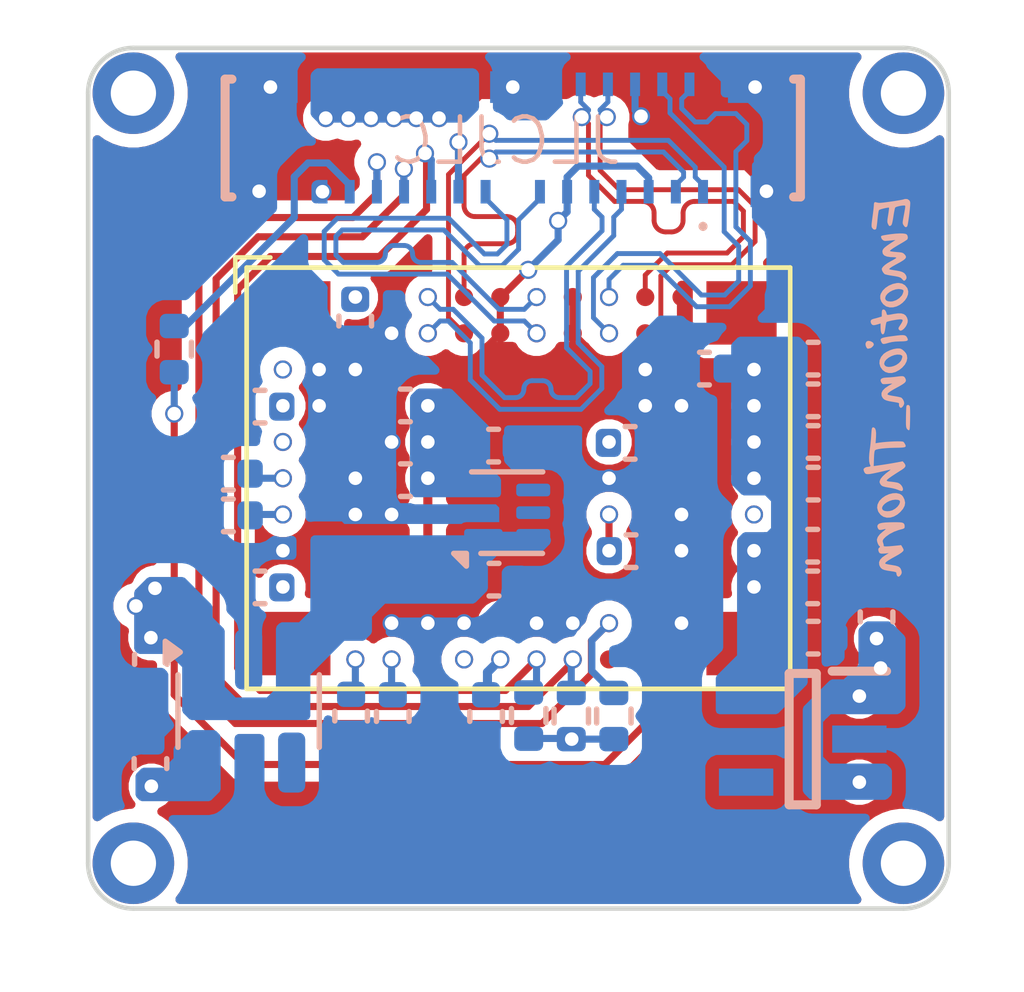
<source format=kicad_pcb>
(kicad_pcb (version 20241229) (generator "pcbnew") (generator_version "9.0")
  (layers (0 "F.Cu" signal "TOP1.Cu") (4 "In1.Cu" power "GND2.Cu") (6 "In2.Cu" power "POWER3.Cu") (2 "B.Cu" signal "BOTTOM.Cu") (13 "F.Paste" user) (15 "B.Paste" user) (5 "F.SilkS" user "F.Silkscreen") (7 "B.SilkS" user "B.Silkscreen") (1 "F.Mask" user) (3 "B.Mask" user) (25 "Edge.Cuts" user))
  (net 0 "")
  (net 1 "AVDD")
  (net 2 "GND")
  (net 3 "OVDD")
  (net 4 "DVDD")
  (net 5 "Net-(U1A-VRLRS)")
  (net 6 "Net-(U1A-VRHT)")
  (net 7 "Net-(U1A-VRLT)")
  (net 8 "VCC")
  (net 10 "/SDA")
  (net 11 "/SCL")
  (net 15 "/TENABLE")
  (net 16 "/INCK")
  (net 19 "/DMO2N")
  (net 20 "/DMO3P")
  (net 21 "/DCKP")
  (net 23 "/DCKN")
  (net 27 "/XHS")
  (net 28 "/DMO3N")
  (net 34 "/DMO1N")
  (net 35 "/DMO4N")
  (net 36 "/DMO4P")
  (net 38 "/DMO1P")
  (net 39 "/VXS")
  (net 40 "/TVMON")
  (net 42 "/XCLR")
  (net 43 "/TOUT")
  (net 44 "/DMO2P")
  (net 48 "Net-(J2-Pad24)")
  (footprint "Camrea_Library:IMX415" (layer "F.Cu") (at 163.2537 110.450271 180)
    (property "Reference" "U1" (hide yes))
    (property "Value" "IMX415")
  )
  (footprint "Camrea_Library:Outline_19X19" (layer "F.Cu") (at 163.2537 110.450271)
    (property "Reference" "J1" (hide yes))
    (property "Value" "~")
    (fp_line (start -9.5 8.500002) (end -9.5 -8.500001) (stroke (width 0.1)) (layer "Edge.Cuts"))
    (fp_line (start -8.500002 -9.5) (end 8.5 -9.5) (stroke (width 0.1)) (layer "Edge.Cuts"))
    (fp_line (start -8.500001 9.5) (end 8.5 9.5) (stroke (width 0.1)) (layer "Edge.Cuts"))
    (fp_line (start 9.5 8.5) (end 9.5 -8.5) (stroke (width 0.1)) (layer "Edge.Cuts"))
    (fp_arc (start -9.5 -8.500001) (mid -9.207107 -9.207107) (end -8.500002 -9.5) (stroke (width 0.1)) (layer "Edge.Cuts"))
    (fp_arc (start -8.500001 9.5) (mid -9.207107 9.207107) (end -9.5 8.500002) (stroke (width 0.1)) (layer "Edge.Cuts"))
    (fp_arc (start 8.5 -9.5) (mid 9.207107 -9.207107) (end 9.5 -8.5) (stroke (width 0.1)) (layer "Edge.Cuts"))
    (fp_arc (start 9.5 8.5) (mid 9.207107 9.207107) (end 8.5 9.5) (stroke (width 0.1)) (layer "Edge.Cuts"))
  )
  (footprint "Capacitor_SMD:C_0402_1005Metric" (layer "B.Cu") (at 171.16 113.51 90)
    (property "Reference" "C21" (hide yes))
    (property "Value" "1uF")
  )
  (footprint "Capacitor_SMD:C_0402_1005Metric" (layer "B.Cu") (at 169.76 113.97)
    (property "Reference" "C25" (hide yes))
    (property "Value" "1uF")
  )
  (footprint "Resistor_SMD:R_0402_1005Metric" (layer "B.Cu") (at 155.655 107.6 -90)
    (property "Reference" "R4" (hide yes))
    (property "Value" "22R")
  )
  (footprint "Resistor_SMD:R_0402_1005Metric" (layer "B.Cu") (at 163.48 115.69 -90)
    (property "Reference" "R3" (hide yes))
    (property "Value" "NC")
  )
  (footprint "Capacitor_SMD:C_0402_1005Metric" (layer "B.Cu") (at 162.704999 109.73 180)
    (property "Reference" "C24" (hide yes))
    (property "Value" "1uF")
  )
  (footprint "Camrea_Library:DF56C26S03V51" (layer "B.Cu") (at 163.1287 102.94 180)
    (property "Reference" "J2" (hide yes))
    (property "Value" "DF56C-26S-0.3V_51_" (hide yes))
  )
  (footprint "Capacitor_SMD:C_0402_1005Metric" (layer "B.Cu") (at 165.74 112.06)
    (property "Reference" "C2" (hide yes))
    (property "Value" "100nF")
  )
  (footprint "Capacitor_SMD:C_0402_1005Metric" (layer "B.Cu") (at 157.55 108.87)
    (property "Reference" "C12" (hide yes))
    (property "Value" "10nF")
  )
  (footprint "LOGO" (layer "B.Cu") (at 172.65 108.18 -90)
    (property "Reference" "G***" (hide yes))
    (property "Value" "LOGO" (hide yes))
  )
  (footprint "Capacitor_SMD:C_0402_1005Metric" (layer "B.Cu") (at 169.76 108.73 180)
    (property "Reference" "C17" (hide yes))
    (property "Value" "1uF")
  )
  (footprint "Capacitor_SMD:C_0402_1005Metric" (layer "B.Cu") (at 169.75 112.86)
    (property "Reference" "C13" (hide yes))
    (property "Value" "100nF")
  )
  (footprint "Capacitor_SMD:C_0402_1005Metric" (layer "B.Cu") (at 159.56 115.7 90)
    (property "Reference" "C10" (hide yes))
    (property "Value" "10uF")
  )
  (footprint "Capacitor_SMD:C_0402_1005Metric" (layer "B.Cu") (at 162.54 115.71 90)
    (property "Reference" "C3" (hide yes))
    (property "Value" "1uF")
  )
  (footprint "Camrea_Library:SOT95P280X145-5N" (layer "B.Cu") (at 169.53 116.21 180)
    (property "Reference" "PS1" (hide yes))
    (property "Value" "TLV74311PDBVR" (hide yes))
  )
  (footprint "Capacitor_SMD:C_0402_1005Metric" (layer "B.Cu") (at 169.76 110.57 180)
    (property "Reference" "C7" (hide yes))
    (property "Value" "100nF")
  )
  (footprint "Capacitor_SMD:C_0402_1005Metric" (layer "B.Cu") (at 167.36 108.03)
    (property "Reference" "C15" (hide yes))
    (property "Value" "10nF")
  )
  (footprint "Resistor_SMD:R_0402_1005Metric" (layer "B.Cu") (at 164.42 115.7 -90)
    (property "Reference" "R1" (hide yes))
    (property "Value" "1K")
  )
  (footprint "Capacitor_SMD:C_0402_1005Metric" (layer "B.Cu") (at 159.65 106.98 90)
    (property "Reference" "C6" (hide yes))
    (property "Value" "1uF")
  )
  (footprint "Capacitor_SMD:C_0402_1005Metric" (layer "B.Cu") (at 169.76 109.65 180)
    (property "Reference" "C16" (hide yes))
    (property "Value" "1uF")
  )
  (footprint "Resistor_SMD:R_0402_1005Metric" (layer "B.Cu") (at 165.36 115.7 90)
    (property "Reference" "R2" (hide yes))
    (property "Value" "1K")
  )
  (footprint "Capacitor_SMD:C_0402_1005Metric" (layer "B.Cu") (at 162.714999 112.69)
    (property "Reference" "C22" (hide yes))
    (property "Value" "1uF")
  )
  (footprint "Capacitor_SMD:C_0402_1005Metric" (layer "B.Cu") (at 160.7587 110.492772)
    (property "Reference" "C1" (hide yes))
    (property "Value" "4.7uF")
  )
  (footprint "Capacitor_SMD:C_0402_1005Metric" (layer "B.Cu") (at 160.48 115.71 90)
    (property "Reference" "C19" (hide yes))
    (property "Value" "4.7uF")
  )
  (footprint "Package_SON:WSON-6_1.5x1.5mm_P0.5mm" (layer "B.Cu") (at 163.004999 111.21)
    (property "Reference" "U3" (hide yes))
    (property "Value" "TLV70229_WSON6")
  )
  (footprint "Capacitor_SMD:C_0402_1005Metric" (layer "B.Cu") (at 157.55 112.86)
    (property "Reference" "C18" (hide yes))
    (property "Value" "1uF")
  )
  (footprint "Package_TO_SOT_SMD:SOT-23-5" (layer "B.Cu") (at 157.2975 115.59 -90)
    (property "Reference" "U2" (hide yes))
    (property "Value" "LP5907MFX-1.8")
  )
  (footprint "Capacitor_SMD:C_0402_1005Metric" (layer "B.Cu") (at 169.76 107.81 180)
    (property "Reference" "C8" (hide yes))
    (property "Value" "100nF")
  )
  (footprint "Capacitor_SMD:C_0402_1005Metric" (layer "B.Cu") (at 156.85 111.27 180)
    (property "Reference" "C4" (hide yes))
    (property "Value" "4.7uF")
  )
  (footprint "Capacitor_SMD:C_0402_1005Metric" (layer "B.Cu") (at 169.75 111.94)
    (property "Reference" "C5" (hide yes))
    (property "Value" "4.7uF")
  )
  (footprint "Capacitor_SMD:C_0402_1005Metric" (layer "B.Cu") (at 165.72 109.67)
    (property "Reference" "C11" (hide yes))
    (property "Value" "1uF")
  )
  (footprint "Capacitor_SMD:C_0402_1005Metric" (layer "B.Cu") (at 156.85 110.35 180)
    (property "Reference" "C14" (hide yes))
    (property "Value" "100nF")
  )
  (footprint "Capacitor_SMD:C_0402_1005Metric" (layer "B.Cu") (at 160.7587 108.842772)
    (property "Reference" "C9" (hide yes))
    (property "Value" "100nF")
  )
  (footprint "Capacitor_SMD:C_0402_1005Metric" (layer "B.Cu") (at 155.13 116.749999 90)
    (property "Reference" "C23" (hide yes))
    (property "Value" "1uF")
  )
  (footprint "Capacitor_SMD:C_0402_1005Metric" (layer "B.Cu") (at 155.140001 114.449999 -90)
    (property "Reference" "C20" (hide yes))
    (property "Value" "1uF")
  )
  (gr_text "JLCJLC" (at 165.6 103.59 0) (layer "B.SilkS") (effects (font (size 1 1) (thickness 0.1)) (justify left bottom mirror)))
  (segment (start 161.2537 112.050271) (end 161.253701 108.850272) (width 0.2) (layer "F.Cu") (net 1))
  (segment (start 165.2537 111.250271) (end 165.2537 112.050271) (width 0.1565) (layer "F.Cu") (net 1))
  (via (at 161.2537 109.650271) (size 0.4) (drill 0.3) (layers "F.Cu" "B.Cu") (net 1))
  (via (at 161.253701 108.850272) (size 0.4) (drill 0.3) (layers "F.Cu" "B.Cu") (net 1))
  (via (at 165.2537 112.050271) (size 0.4) (drill 0.3) (layers "F.Cu" "B.Cu") (net 1))
  (via (at 165.2537 111.250271) (size 0.4) (drill 0.3) (layers "F.Cu" "B.Cu") (net 1))
  (via (at 165.2537 109.650271) (size 0.4) (drill 0.3) (layers "F.Cu" "B.Cu") (net 1))
  (via (at 161.2537 110.450271) (size 0.4) (drill 0.3) (layers "F.Cu" "B.Cu") (net 1))
  (segment (start 160.453701 109.650272) (end 160.453701 111.250269) (width 0.1565) (layer "F.Cu") (net 2))
  (segment (start 166.0537 112.050271) (end 166.0537 112.850271) (width 0.1565) (layer "F.Cu") (net 2))
  (segment (start 167.6537 108.850271) (end 165.2537 108.850271) (width 0.1565) (layer "F.Cu") (net 2))
  (segment (start 160.4537 108.850271) (end 160.4537 108.050271) (width 0.1565) (layer "F.Cu") (net 2))
  (segment (start 159.6537 108.050271) (end 158.8537 108.050271) (width 0.1565) (layer "F.Cu") (net 2))
  (segment (start 160.4537 108.850271) (end 160.4537 109.650272) (width 0.1565) (layer "F.Cu") (net 2))
  (segment (start 162.869729 106.450271) (end 163.47 105.85) (width 0.1565) (layer "F.Cu") (net 2))
  (segment (start 158.8537 108.850271) (end 158.8537 109.650271) (width 0.1565) (layer "F.Cu") (net 2))
  (segment (start 159.6537 109.650271) (end 159.6537 110.45027) (width 0.1565) (layer "F.Cu") (net 2))
  (segment (start 158.8537 109.650271) (end 158.8537 111.250271) (width 0.1565) (layer "F.Cu") (net 2))
  (segment (start 166.8537 113.650271) (end 166.8537 112.050271) (width 0.1565) (layer "F.Cu") (net 2))
  (segment (start 167.6537 112.850271) (end 165.2537 112.850271) (width 0.1565) (layer "F.Cu") (net 2))
  (segment (start 158.8537 109.650271) (end 160.453701 109.650272) (width 0.1565) (layer "F.Cu") (net 2))
  (segment (start 166.8537 106.45027) (end 166.8537 108.050271) (width 0.1565) (layer "F.Cu") (net 2))
  (segment (start 158.8537 111.250271) (end 159.6537 111.250271) (width 0.1565) (layer "F.Cu") (net 2))
  (segment (start 159.6537 111.250271) (end 159.653701 111.25027) (width 0.1565) (layer "F.Cu") (net 2))
  (segment (start 160.4537 113.650271) (end 159.6537 113.650271) (width 0.1565) (layer "F.Cu") (net 2))
  (segment (start 160.453701 112.85027) (end 160.4537 112.850271) (width 0.1565) (layer "F.Cu") (net 2))
  (segment (start 158.8537 108.050271) (end 158.8537 108.850271) (width 0.1565) (layer "F.Cu") (net 2))
  (segment (start 160.4537 108.050271) (end 159.6537 108.050271) (width 0.1565) (layer "F.Cu") (net 2))
  (segment (start 165.253701 110.450271) (end 166.853699 110.450271) (width 0.1565) (layer "F.Cu") (net 2))
  (segment (start 159.653701 110.450271) (end 159.6537 110.450272) (width 0.1565) (layer "F.Cu") (net 2))
  (segment (start 166.8537 112.050271) (end 166.8537 108.050271) (width 0.1565) (layer "F.Cu") (net 2))
  (segment (start 161.2537 114.450272) (end 161.2537 113.650271) (width 0.1565) (layer "F.Cu") (net 2))
  (segment (start 159.6537 112.050271) (end 160.4537 112.050271) (width 0.1565) (layer "F.Cu") (net 2))
  (segment (start 162.8537 106.450271) (end 162.869729 106.450271) (width 0.1565) (layer "F.Cu") (net 2))
  (segment (start 164.4537 106.450271) (end 164.4537 107.250271) (width 0.1565) (layer "F.Cu") (net 2))
  (segment (start 159.6537 110.45027) (end 159.653701 110.450271) (width 0.1565) (layer "F.Cu") (net 2))
  (segment (start 159.653701 111.25027) (end 160.4537 111.25027) (width 0.1565) (layer "F.Cu") (net 2))
  (segment (start 162.0537 113.650271) (end 160.4537 113.650271) (width 0.1565) (layer "F.Cu") (net 2))
  (segment (start 159.6537 110.450272) (end 159.6537 112.850271) (width 0.1565) (layer "F.Cu") (net 2))
  (segment (start 166.0537 108.050271) (end 165.2537 108.050271) (width 0.1565) (layer "F.Cu") (net 2))
  (segment (start 160.453701 111.250271) (end 160.453701 112.85027) (width 0.1565) (layer "F.Cu") (net 2))
  (segment (start 162.8537 106.450271) (end 162.8537 107.250271) (width 0.1565) (layer "F.Cu") (net 2))
  (segment (start 167.6537 108.050271) (end 167.6537 112.850271) (width 0.1565) (layer "F.Cu") (net 2))
  (segment (start 160.4537 111.25027) (end 160.453701 111.250271) (width 0.1565) (layer "F.Cu") (net 2))
  (segment (start 161.2537 113.650271) (end 161.2537 112.850271) (width 0.1565) (layer "F.Cu") (net 2))
  (segment (start 162.0537 108.050271) (end 161.2537 108.050271) (width 0.1565) (layer "F.Cu") (net 2))
  (segment (start 164.4537 107.250271) (end 165.2537 108.050271) (width 0.1565) (layer "F.Cu") (net 2))
  (segment (start 167.6537 108.050271) (end 166.0537 108.050271) (width 0.1565) (layer "F.Cu") (net 2))
  (segment (start 159.6537 107.250271) (end 160.4537 107.250271) (width 0.1565) (layer "F.Cu") (net 2))
  (segment (start 161.2537 108.050271) (end 160.4537 108.050271) (width 0.1565) (layer "F.Cu") (net 2))
  (segment (start 162.8537 107.250271) (end 162.0537 108.050271) (width 0.1565) (layer "F.Cu") (net 2))
  (segment (start 160.4537 106.450271) (end 160.4537 107.250271) (width 0.1565) (layer "F.Cu") (net 2))
  (segment (start 160.453701 111.250269) (end 160.4537 111.25027) (width 0.1565) (layer "F.Cu") (net 2))
  (segment (start 159.6537 107.250271) (end 159.6537 108.050271) (width 0.1565) (layer "F.Cu") (net 2))
  (segment (start 158.0537 112.050271) (end 159.6537 112.050271) (width 0.1565) (layer "F.Cu") (net 2))
  (segment (start 158.8537 112.850271) (end 159.6537 112.850271) (width 0.1565) (layer "F.Cu") (net 2))
  (segment (start 166.0537 112.050271) (end 166.0537 109.650272) (width 0.1565) (layer "F.Cu") (net 2))
  (segment (start 158.8537 111.250271) (end 158.8537 112.850271) (width 0.1565) (layer "F.Cu") (net 2))
  (segment (start 159.6537 112.850271) (end 160.4537 112.850271) (width 0.1565) (layer "F.Cu") (net 2))
  (via (at 166.8537 111.250271) (size 0.4) (drill 0.3) (layers "F.Cu" "B.Cu") (net 2))
  (via (at 163.6537 113.650271) (size 0.4) (drill 0.3) (layers "F.Cu" "B.Cu") (net 2))
  (via (at 164.13 104.77) (size 0.4) (drill 0.3) (layers "F.Cu" "B.Cu") (net 2))
  (via (at 159.653701 110.450271) (size 0.4) (drill 0.3) (layers "F.Cu" "B.Cu") (net 2))
  (via (at 168.4787 101.815) (size 0.4) (drill 0.3) (layers "F.Cu" "B.Cu") (net 2))
  (via (at 160.453701 109.650272) (size 0.4) (drill 0.3) (layers "F.Cu" "B.Cu") (net 2))
  (via (at 163.47 105.85) (size 0.4) (drill 0.3) (layers "F.Cu" "B.Cu") (net 2))
  (via (at 160.4537 111.25027) (size 0.4) (drill 0.3) (layers "F.Cu" "B.Cu") (net 2))
  (via (at 159.6537 108.050271) (size 0.4) (drill 0.3) (layers "F.Cu" "B.Cu") (net 2))
  (via (at 161.2537 113.650271) (size 0.4) (drill 0.3) (layers "F.Cu" "B.Cu") (net 2))
  (via (at 163.1287 101.815) (size 0.4) (drill 0.3) (layers "F.Cu" "B.Cu") (net 2))
  (via (at 166.8537 108.850271) (size 0.4) (drill 0.3) (layers "F.Cu" "B.Cu") (net 2))
  (via (at 166.8537 113.650271) (size 0.4) (drill 0.3) (layers "F.Cu" "B.Cu") (net 2))
  (via (at 157.7787 101.815) (size 0.4) (drill 0.3) (layers "F.Cu" "B.Cu") (net 2))
  (via (at 160.4537 107.250271) (size 0.4) (drill 0.3) (layers "F.Cu" "B.Cu") (net 2))
  (via (at 161.93 103.03) (size 0.4) (drill 0.3) (layers "F.Cu" "B.Cu") (net 2))
  (via (at 158.8537 108.850271) (size 0.4) (drill 0.3) (layers "F.Cu" "B.Cu") (net 2))
  (via (at 165.96 102.46) (size 0.4) (drill 0.3) (layers "F.Cu" "B.Cu") (net 2))
  (via (at 165.253701 110.450271) (size 0.4) (drill 0.3) (layers "F.Cu" "B.Cu") (net 2))
  (via (at 166.8537 112.050271) (size 0.4) (drill 0.3) (layers "F.Cu" "B.Cu") (net 2))
  (via (at 158.9287 104.125) (size 0.4) (drill 0.3) (layers "F.Cu" "B.Cu") (net 2))
  (via (at 166.0537 108.850271) (size 0.4) (drill 0.3) (layers "F.Cu" "B.Cu") (net 2))
  (via (at 158.0537 112.050271) (size 0.4) (drill 0.3) (layers "F.Cu" "B.Cu") (net 2))
  (via (at 160.4537 113.650271) (size 0.4) (drill 0.3) (layers "F.Cu" "B.Cu") (net 2))
  (via (at 159.6537 111.250271) (size 0.4) (drill 0.3) (layers "F.Cu" "B.Cu") (net 2))
  (via (at 162.0537 113.650271) (size 0.4) (drill 0.3) (layers "F.Cu" "B.Cu") (net 2))
  (via (at 168.7287 104.114999) (size 0.4) (drill 0.3) (layers "F.Cu" "B.Cu") (net 2))
  (via (at 166.0537 108.050271) (size 0.4) (drill 0.3) (layers "F.Cu" "B.Cu") (net 2))
  (via (at 157.5287 104.114999) (size 0.4) (drill 0.3) (layers "F.Cu" "B.Cu") (net 2))
  (via (at 158.8537 108.050271) (size 0.4) (drill 0.3) (layers "F.Cu" "B.Cu") (net 2))
  (via (at 164.4537 113.650271) (size 0.4) (drill 0.3) (layers "F.Cu" "B.Cu") (net 2))
  (segment (start 165.87 103.56) (end 164.57 103.56) (width 0.1565) (layer "B.Cu") (net 2))
  (segment (start 165.8287 102.3287) (end 165.96 102.46) (width 0.1565) (layer "B.Cu") (net 2))
  (segment (start 164.13 104.77) (end 164.13 105.19) (width 0.1565) (layer "B.Cu") (net 2))
  (segment (start 164.57 103.56) (end 164.328701 103.801299) (width 0.1565) (layer "B.Cu") (net 2))
  (segment (start 164.328701 104.571299) (end 164.13 104.77) (width 0.1565) (layer "B.Cu") (net 2))
  (segment (start 165.8287 101.755) (end 165.8287 102.3287) (width 0.1565) (layer "B.Cu") (net 2))
  (segment (start 166.1287 104.125) (end 166.1287 103.8187) (width 0.1565) (layer "B.Cu") (net 2))
  (segment (start 164.328701 103.801299) (end 164.328701 104.125) (width 0.1565) (layer "B.Cu") (net 2))
  (segment (start 166.1287 103.8187) (end 165.87 103.56) (width 0.1565) (layer "B.Cu") (net 2))
  (segment (start 164.328701 104.125) (end 164.328701 104.571299) (width 0.1565) (layer "B.Cu") (net 2))
  (segment (start 164.13 105.19) (end 163.47 105.85) (width 0.1565) (layer "B.Cu") (net 2))
  (segment (start 161.928699 103.031301) (end 161.93 103.03) (width 0.1565) (layer "B.Cu") (net 2))
  (segment (start 161.928699 104.125) (end 161.928699 103.031301) (width 0.1565) (layer "B.Cu") (net 2))
  (via (at 162.8537 114.450271) (size 0.4) (drill 0.3) (layers "F.Cu" "B.Cu") (net 3))
  (via (at 158.0537 108.850271) (size 0.4) (drill 0.3) (layers "F.Cu" "B.Cu") (net 3))
  (via (at 158.053701 109.650271) (size 0.4) (drill 0.3) (layers "F.Cu" "B.Cu") (net 3))
  (via (at 168.4537 111.250271) (size 0.4) (drill 0.3) (layers "F.Cu" "B.Cu") (net 3))
  (via (at 155.15 117.25) (size 0.4) (drill 0.3) (layers "F.Cu" "B.Cu") (net 3))
  (via (at 164.43 116.209999) (size 0.4) (drill 0.3) (layers "F.Cu" "B.Cu") (net 3))
  (segment (start 165.36 116.209999) (end 164.43 116.209999) (width 0.1565) (layer "B.Cu") (net 3))
  (segment (start 164.43 116.209999) (end 164.42 116.209999) (width 0.1565) (layer "B.Cu") (net 3))
  (segment (start 162.57 114.733971) (end 162.57 115.23) (width 0.2) (layer "B.Cu") (net 3))
  (segment (start 164.405 116.194999) (end 164.42 116.209999) (width 0.1565) (layer "B.Cu") (net 3))
  (segment (start 162.8537 114.450271) (end 162.57 114.733971) (width 0.2) (layer "B.Cu") (net 3))
  (segment (start 163.5 116.194999) (end 164.405 116.194999) (width 0.1565) (layer "B.Cu") (net 3))
  (via (at 168.4537 109.650271) (size 0.4) (drill 0.3) (layers "F.Cu" "B.Cu") (net 4))
  (via (at 158.0537 111.250271) (size 0.4) (drill 0.3) (layers "F.Cu" "B.Cu") (net 4))
  (via (at 158.0537 108.050271) (size 0.4) (drill 0.3) (layers "F.Cu" "B.Cu") (net 4))
  (via (at 168.4537 108.050271) (size 0.4) (drill 0.3) (layers "F.Cu" "B.Cu") (net 4))
  (via (at 168.4537 112.050271) (size 0.4) (drill 0.3) (layers "F.Cu" "B.Cu") (net 4))
  (via (at 168.4537 108.850271) (size 0.4) (drill 0.3) (layers "F.Cu" "B.Cu") (net 4))
  (via (at 158.0537 110.450271) (size 0.4) (drill 0.3) (layers "F.Cu" "B.Cu") (net 4))
  (via (at 168.4537 112.850271) (size 0.4) (drill 0.3) (layers "F.Cu" "B.Cu") (net 4))
  (via (at 168.4537 110.450271) (size 0.4) (drill 0.3) (layers "F.Cu" "B.Cu") (net 4))
  (via (at 159.6537 106.450272) (size 0.4) (drill 0.3) (layers "F.Cu" "B.Cu") (net 4))
  (via (at 162.0537 114.450271) (size 0.4) (drill 0.3) (layers "F.Cu" "B.Cu") (net 4))
  (segment (start 167.84 108.03) (end 168.433429 108.03) (width 0.1565) (layer "B.Cu") (net 4))
  (segment (start 158.0537 111.250271) (end 157.349729 111.250271) (width 0.1565) (layer "B.Cu") (net 4))
  (segment (start 157.349729 111.250271) (end 157.33 111.27) (width 0.1565) (layer "B.Cu") (net 4))
  (segment (start 168.433429 108.03) (end 168.4537 108.050271) (width 0.1565) (layer "B.Cu") (net 4))
  (segment (start 158.0537 110.450271) (end 157.430271 110.450271) (width 0.1565) (layer "B.Cu") (net 4))
  (segment (start 157.430271 110.450271) (end 157.33 110.35) (width 0.1565) (layer "B.Cu") (net 4))
  (via (at 159.6537 114.450272) (size 0.4) (drill 0.3) (layers "F.Cu" "B.Cu") (net 5))
  (segment (start 159.6537 114.450272) (end 159.6537 115.1263) (width 0.1565) (layer "B.Cu") (net 5))
  (segment (start 159.6537 115.1263) (end 159.56 115.22) (width 0.1565) (layer "B.Cu") (net 5))
  (via (at 158.0537 112.850271) (size 0.4) (drill 0.3) (layers "F.Cu" "B.Cu") (net 6))
  (via (at 160.4537 114.450271) (size 0.4) (drill 0.3) (layers "F.Cu" "B.Cu") (net 7))
  (segment (start 160.4537 115.2037) (end 160.48 115.23) (width 0.1565) (layer "B.Cu") (net 7))
  (segment (start 160.4537 114.450271) (end 160.4537 115.2037) (width 0.1565) (layer "B.Cu") (net 7))
  (via (at 159 102.5) (size 0.4) (drill 0.3) (layers "F.Cu" "B.Cu") (net 8))
  (via (at 159.5 102.5) (size 0.4) (drill 0.3) (layers "F.Cu" "B.Cu") (net 8))
  (via (at 154.81 113.27) (size 0.4) (drill 0.3) (layers "F.Cu" "B.Cu") (net 8))
  (via (at 160 102.5) (size 0.4) (drill 0.3) (layers "F.Cu" "B.Cu") (net 8))
  (via (at 161.5 102.5) (size 0.4) (drill 0.3) (layers "F.Cu" "B.Cu") (net 8))
  (via (at 170.78 117.16) (size 0.4) (drill 0.3) (layers "F.Cu" "B.Cu") (net 8))
  (via (at 161 102.5) (size 0.4) (drill 0.3) (layers "F.Cu" "B.Cu") (net 8))
  (via (at 155.140001 113.969999) (size 0.4) (drill 0.3) (layers "F.Cu" "B.Cu") (net 8))
  (via (at 171.25 114.64) (size 0.4) (drill 0.3) (layers "F.Cu" "B.Cu") (net 8))
  (via (at 171.16 113.99) (size 0.4) (drill 0.3) (layers "F.Cu" "B.Cu") (net 8))
  (via (at 155.23 112.88) (size 0.4) (drill 0.3) (layers "F.Cu" "B.Cu") (net 8))
  (via (at 160.5 102.5) (size 0.4) (drill 0.3) (layers "F.Cu" "B.Cu") (net 8))
  (via (at 170.78 115.26) (size 0.4) (drill 0.3) (layers "F.Cu" "B.Cu") (net 8))
  (segment (start 162.479999 111.709999) (end 163.579999 111.71) (width 0.1565) (layer "B.Cu") (net 8))
  (segment (start 159.81 105.12) (end 157.51 105.12) (width 0.1565) (layer "F.Cu") (net 10))
  (segment (start 156.58 106.05) (end 156.58 114.83) (width 0.1565) (layer "F.Cu") (net 10))
  (segment (start 163.47 115.49) (end 164.4537 114.5063) (width 0.1565) (layer "F.Cu") (net 10))
  (segment (start 157.24 115.49) (end 163.47 115.49) (width 0.1565) (layer "F.Cu") (net 10))
  (segment (start 160.725 103.62) (end 160.725 104.205) (width 0.1565) (layer "F.Cu") (net 10))
  (segment (start 157.51 105.12) (end 156.58 106.05) (width 0.1565) (layer "F.Cu") (net 10))
  (segment (start 156.58 114.83) (end 157.24 115.49) (width 0.1565) (layer "F.Cu") (net 10))
  (segment (start 164.4537 114.5063) (end 164.4537 114.450271) (width 0.1565) (layer "F.Cu") (net 10))
  (segment (start 160.725 104.205) (end 159.81 105.12) (width 0.1565) (layer "F.Cu") (net 10))
  (via (at 160.725 103.62) (size 0.4) (drill 0.3) (layers "F.Cu" "B.Cu") (net 10))
  (via (at 164.4537 114.450271) (size 0.4) (drill 0.3) (layers "F.Cu" "B.Cu") (net 10))
  (segment (start 160.725 103.62) (end 160.725 104.1213) (width 0.1565) (layer "B.Cu") (net 10))
  (segment (start 164.42 115.190001) (end 164.42 114.483971) (width 0.1565) (layer "B.Cu") (net 10))
  (segment (start 160.725 104.1213) (end 160.7287 104.125) (width 0.1565) (layer "B.Cu") (net 10))
  (segment (start 164.42 114.483971) (end 164.4537 114.450271) (width 0.1565) (layer "B.Cu") (net 10))
  (segment (start 163.775 115.865) (end 157.005 115.865) (width 0.1565) (layer "F.Cu") (net 11))
  (segment (start 156.2 105.735) (end 157.24 104.695) (width 0.1565) (layer "F.Cu") (net 11))
  (segment (start 164.865 114.775) (end 163.775 115.865) (width 0.1565) (layer "F.Cu") (net 11))
  (segment (start 165.2537 113.650271) (end 164.865 114.038971) (width 0.1565) (layer "F.Cu") (net 11))
  (segment (start 159.6 104.695) (end 160.13 104.165) (width 0.1565) (layer "F.Cu") (net 11))
  (segment (start 157.24 104.695) (end 159.6 104.695) (width 0.1565) (layer "F.Cu") (net 11))
  (segment (start 164.865 114.038971) (end 164.865 114.775) (width 0.1565) (layer "F.Cu") (net 11))
  (segment (start 156.2 115.06) (end 156.2 105.735) (width 0.1565) (layer "F.Cu") (net 11))
  (segment (start 160.13 104.165) (end 160.13 103.475) (width 0.1565) (layer "F.Cu") (net 11))
  (segment (start 157.005 115.865) (end 156.2 115.06) (width 0.1565) (layer "F.Cu") (net 11))
  (via (at 160.13 103.475) (size 0.4) (drill 0.3) (layers "F.Cu" "B.Cu") (net 11))
  (via (at 165.2537 113.650271) (size 0.4) (drill 0.3) (layers "F.Cu" "B.Cu") (net 11))
  (segment (start 164.87445 114.029521) (end 165.2537 113.650271) (width 0.1565) (layer "B.Cu") (net 11))
  (segment (start 160.1287 103.7113) (end 160.1287 104.125) (width 0.1565) (layer "B.Cu") (net 11))
  (segment (start 165.36 115.190001) (end 164.87445 114.704451) (width 0.1565) (layer "B.Cu") (net 11))
  (segment (start 160.13 103.71) (end 160.1287 103.7113) (width 0.1565) (layer "B.Cu") (net 11))
  (segment (start 160.13 103.475) (end 160.13 103.71) (width 0.1565) (layer "B.Cu") (net 11))
  (segment (start 164.87445 114.704451) (end 164.87445 114.029521) (width 0.1565) (layer "B.Cu") (net 11))
  (segment (start 166.8537 115.0763) (end 166.8537 114.450272) (width 0.1565) (layer "F.Cu") (net 16))
  (segment (start 157.195 116.77) (end 165.16 116.77) (width 0.1565) (layer "F.Cu") (net 16))
  (segment (start 165.16 116.77) (end 166.8537 115.0763) (width 0.1565) (layer "F.Cu") (net 16))
  (segment (start 155.655 115.23) (end 157.195 116.77) (width 0.1565) (layer "F.Cu") (net 16))
  (segment (start 155.655 109.025) (end 155.655 115.23) (width 0.1565) (layer "F.Cu") (net 16))
  (via (at 155.655 109.025) (size 0.4) (drill 0.3) (layers "F.Cu" "B.Cu") (net 16))
  (segment (start 155.655 108.109999) (end 155.655 109.025) (width 0.1565) (layer "B.Cu") (net 16))
  (via (at 165.2537 107.250271) (size 0.4) (drill 0.3) (layers "F.Cu" "B.Cu") (net 19))
  (segment (start 167.293434 106.406) (end 166.378434 105.491) (width 0.108) (layer "B.Cu") (net 19))
  (segment (start 168.116 106.096566) (end 167.806566 106.406) (width 0.108) (layer "B.Cu") (net 19))
  (segment (start 166.5997 102.387134) (end 167.796 103.583434) (width 0.108) (layer "B.Cu") (net 19))
  (segment (start 166.378434 105.491) (end 165.439 105.491) (width 0.108) (layer "B.Cu") (net 19))
  (segment (start 164.9098 106.0202) (end 164.9098 106.906371) (width 0.108) (layer "B.Cu") (net 19))
  (segment (start 167.806566 106.406) (end 167.293434 106.406) (width 0.108) (layer "B.Cu") (net 19))
  (segment (start 164.9098 106.906371) (end 165.2537 107.250271) (width 0.108) (layer "B.Cu") (net 19))
  (segment (start 165.439 105.491) (end 164.9098 106.0202) (width 0.108) (layer "B.Cu") (net 19))
  (segment (start 166.4287 101.905) (end 166.5997 102.076) (width 0.108) (layer "B.Cu") (net 19))
  (segment (start 167.796 105.008434) (end 168.116 105.328434) (width 0.108) (layer "B.Cu") (net 19))
  (segment (start 167.796 103.583434) (end 167.796 105.008434) (width 0.108) (layer "B.Cu") (net 19))
  (segment (start 168.116 105.328434) (end 168.116 106.096566) (width 0.108) (layer "B.Cu") (net 19))
  (segment (start 166.5997 102.076) (end 166.5997 102.387134) (width 0.108) (layer "B.Cu") (net 19))
  (segment (start 166.4287 101.755) (end 166.4287 101.905) (width 0.108) (layer "B.Cu") (net 19))
  (via (at 161.2537 107.250271) (size 0.4) (drill 0.3) (layers "F.Cu" "B.Cu") (net 20))
  (segment (start 164.574 107.466566) (end 164.574 105.878434) (width 0.108) (layer "B.Cu") (net 20))
  (segment (start 162.191 107.463434) (end 162.191 108.278434) (width 0.108) (layer "B.Cu") (net 20))
  (segment (start 165.5287 104.515001) (end 165.5287 104.125) (width 0.108) (layer "B.Cu") (net 20))
  (segment (start 162.841566 108.929) (end 164.633434 108.929) (width 0.108) (layer "B.Cu") (net 20))
  (segment (start 165.3577 105.094734) (end 165.3577 104.686001) (width 0.108) (layer "B.Cu") (net 20))
  (segment (start 165.094 107.986566) (end 164.574 107.466566) (width 0.108) (layer "B.Cu") (net 20))
  (segment (start 164.574 105.878434) (end 165.3577 105.094734) (width 0.108) (layer "B.Cu") (net 20))
  (segment (start 161.524701 106.97927) (end 161.706836 106.97927) (width 0.108) (layer "B.Cu") (net 20))
  (segment (start 165.3577 104.686001) (end 165.5287 104.515001) (width 0.108) (layer "B.Cu") (net 20))
  (segment (start 164.633434 108.929) (end 165.094 108.468434) (width 0.108) (layer "B.Cu") (net 20))
  (segment (start 161.706836 106.97927) (end 162.191 107.463434) (width 0.108) (layer "B.Cu") (net 20))
  (segment (start 161.2537 107.250271) (end 161.524701 106.97927) (width 0.108) (layer "B.Cu") (net 20))
  (segment (start 165.094 108.468434) (end 165.094 107.986566) (width 0.108) (layer "B.Cu") (net 20))
  (segment (start 162.191 108.278434) (end 162.841566 108.929) (width 0.108) (layer "B.Cu") (net 20))
  (via (at 163.6537 107.250272) (size 0.4) (drill 0.3) (layers "F.Cu" "B.Cu") (net 21))
  (segment (start 162.501251 105.498817) (end 162.788749 105.498817) (width 0.108) (layer "B.Cu") (net 21))
  (segment (start 158.966 105.628434) (end 158.966 105.001566) (width 0.108) (layer "B.Cu") (net 21))
  (segment (start 161.713434 104.711) (end 162.501251 105.498817) (width 0.108) (layer "B.Cu") (net 21))
  (segment (start 159.256566 104.711) (end 161.713434 104.711) (width 0.108) (layer "B.Cu") (net 21))
  (segment (start 158.966 105.001566) (end 159.256566 104.711) (width 0.108) (layer "B.Cu") (net 21))
  (segment (start 163.6537 107.250272) (end 163.3827 106.979272) (width 0.108) (layer "B.Cu") (net 21))
  (segment (start 162.788749 105.498817) (end 162.9997 105.287866) (width 0.108) (layer "B.Cu") (net 21))
  (segment (start 159.281566 105.944) (end 158.966 105.628434) (width 0.108) (layer "B.Cu") (net 21))
  (segment (start 162.718589 106.979272) (end 161.683317 105.944) (width 0.108) (layer "B.Cu") (net 21))
  (segment (start 161.683317 105.944) (end 159.281566 105.944) (width 0.108) (layer "B.Cu") (net 21))
  (segment (start 163.3827 106.979272) (end 162.718589 106.979272) (width 0.108) (layer "B.Cu") (net 21))
  (segment (start 162.528699 104.275) (end 162.528699 104.125) (width 0.108) (layer "B.Cu") (net 21))
  (segment (start 162.9997 105.287866) (end 162.9997 104.746001) (width 0.108) (layer "B.Cu") (net 21))
  (segment (start 162.9997 104.746001) (end 162.528699 104.275) (width 0.108) (layer "B.Cu") (net 21))
  (via (at 163.653701 106.450272) (size 0.4) (drill 0.3) (layers "F.Cu" "B.Cu") (net 23))
  (segment (start 159.388434 105.686) (end 160.128831 105.686) (width 0.108) (layer "B.Cu") (net 23))
  (segment (start 163.728701 104.125) (end 163.728701 104.275) (width 0.108) (layer "B.Cu") (net 23))
  (segment (start 162.895617 105.756817) (end 162.394383 105.756817) (width 0.108) (layer "B.Cu") (net 23))
  (segment (start 159.363434 104.969) (end 159.224 105.108434) (width 0.108) (layer "B.Cu") (net 23))
  (segment (start 160.503349 105.311482) (end 160.728831 105.311482) (width 0.108) (layer "B.Cu") (net 23))
  (segment (start 159.224 105.108434) (end 159.224 105.521566) (width 0.108) (layer "B.Cu") (net 23))
  (segment (start 163.2577 105.394734) (end 162.895617 105.756817) (width 0.108) (layer "B.Cu") (net 23))
  (segment (start 163.728701 104.275) (end 163.2577 104.746001) (width 0.108) (layer "B.Cu") (net 23))
  (segment (start 161.790185 105.686) (end 162.825457 106.721272) (width 0.108) (layer "B.Cu") (net 23))
  (segment (start 159.224 105.521566) (end 159.388434 105.686) (width 0.108) (layer "B.Cu") (net 23))
  (segment (start 161.606566 104.969) (end 159.363434 104.969) (width 0.108) (layer "B.Cu") (net 23))
  (segment (start 163.3827 106.721272) (end 163.653701 106.450272) (width 0.108) (layer "B.Cu") (net 23))
  (segment (start 162.825457 106.721272) (end 163.3827 106.721272) (width 0.108) (layer "B.Cu") (net 23))
  (segment (start 162.394383 105.756817) (end 161.606566 104.969) (width 0.108) (layer "B.Cu") (net 23))
  (segment (start 161.103349 105.686) (end 161.790185 105.686) (width 0.108) (layer "B.Cu") (net 23))
  (segment (start 163.2577 104.746001) (end 163.2577 105.394734) (width 0.108) (layer "B.Cu") (net 23))
  (arc (start 160.128831 105.686) (mid 160.261243 105.631153) (end 160.31609 105.498741) (width 0.108) (layer "B.Cu") (net 23))
  (arc (start 160.31609 105.498741) (mid 160.370937 105.366329) (end 160.503349 105.311482) (width 0.108) (layer "B.Cu") (net 23))
  (arc (start 160.728831 105.311482) (mid 160.861243 105.366329) (end 160.91609 105.498741) (width 0.108) (layer "B.Cu") (net 23))
  (arc (start 160.91609 105.498741) (mid 160.970937 105.631153) (end 161.103349 105.686) (width 0.108) (layer "B.Cu") (net 23))
  (via (at 161.2537 106.45027) (size 0.4) (drill 0.3) (layers "F.Cu" "B.Cu") (net 28))
  (segment (start 162.948434 108.671) (end 163.185428 108.671) (width 0.108) (layer "B.Cu") (net 28))
  (segment (start 164.836 108.093434) (end 164.316 107.573434) (width 0.108) (layer "B.Cu") (net 28))
  (segment (start 161.524701 106.72127) (end 161.813704 106.72127) (width 0.108) (layer "B.Cu") (net 28))
  (segment (start 165.0997 104.987866) (end 165.0997 104.686001) (width 0.108) (layer "B.Cu") (net 28))
  (segment (start 163.55995 108.296478) (end 163.785428 108.296478) (width 0.108) (layer "B.Cu") (net 28))
  (segment (start 164.9287 104.515001) (end 164.9287 104.125) (width 0.108) (layer "B.Cu") (net 28))
  (segment (start 165.0997 104.686001) (end 164.9287 104.515001) (width 0.108) (layer "B.Cu") (net 28))
  (segment (start 162.449 107.356566) (end 162.449 108.171566) (width 0.108) (layer "B.Cu") (net 28))
  (segment (start 164.15995 108.671) (end 164.526566 108.671) (width 0.108) (layer "B.Cu") (net 28))
  (segment (start 161.2537 106.45027) (end 161.524701 106.72127) (width 0.108) (layer "B.Cu") (net 28))
  (segment (start 161.813704 106.72127) (end 162.449 107.356566) (width 0.108) (layer "B.Cu") (net 28))
  (segment (start 164.316 107.573434) (end 164.316 105.771566) (width 0.108) (layer "B.Cu") (net 28))
  (segment (start 164.316 105.771566) (end 165.0997 104.987866) (width 0.108) (layer "B.Cu") (net 28))
  (segment (start 162.449 108.171566) (end 162.948434 108.671) (width 0.108) (layer "B.Cu") (net 28))
  (segment (start 164.836 108.361566) (end 164.836 108.093434) (width 0.108) (layer "B.Cu") (net 28))
  (segment (start 164.526566 108.671) (end 164.836 108.361566) (width 0.108) (layer "B.Cu") (net 28))
  (arc (start 163.372689 108.483739) (mid 163.427536 108.351325) (end 163.55995 108.296478) (width 0.108) (layer "B.Cu") (net 28))
  (arc (start 163.785428 108.296478) (mid 163.917842 108.351325) (end 163.972689 108.483739) (width 0.108) (layer "B.Cu") (net 28))
  (arc (start 163.185428 108.671) (mid 163.317842 108.616153) (end 163.372689 108.483739) (width 0.108) (layer "B.Cu") (net 28))
  (arc (start 163.972689 108.483739) (mid 164.027536 108.616153) (end 164.15995 108.671) (width 0.108) (layer "B.Cu") (net 28))
  (segment (start 163.236643 104.914068) (end 163.236643 105.034068) (width 0.108) (layer "F.Cu") (net 34))
  (segment (start 162.424868 103.395) (end 162.0537 103.766168) (width 0.108) (layer "F.Cu") (net 34))
  (segment (start 162.0537 105.514068) (end 162.0537 106.450271) (width 0.108) (layer "F.Cu") (net 34))
  (segment (start 162.996643 105.274068) (end 162.2937 105.274068) (width 0.108) (layer "F.Cu") (net 34))
  (segment (start 162.2937 104.674068) (end 162.996643 104.674068) (width 0.108) (layer "F.Cu") (net 34))
  (segment (start 162.61 103.395) (end 162.424868 103.395) (width 0.108) (layer "F.Cu") (net 34))
  (segment (start 162.0537 103.766168) (end 162.0537 104.434068) (width 0.108) (layer "F.Cu") (net 34))
  (via (at 162.61 103.395) (size 0.4) (drill 0.3) (layers "F.Cu" "B.Cu") (net 34))
  (arc (start 162.996643 104.674068) (mid 163.166349 104.744362) (end 163.236643 104.914068) (width 0.108) (layer "F.Cu") (net 34))
  (arc (start 163.236643 105.034068) (mid 163.166349 105.203774) (end 162.996643 105.274068) (width 0.108) (layer "F.Cu") (net 34))
  (arc (start 162.0537 104.434068) (mid 162.123994 104.603774) (end 162.2937 104.674068) (width 0.108) (layer "F.Cu") (net 34))
  (arc (start 162.2937 105.274068) (mid 162.123994 105.344362) (end 162.0537 105.514068) (width 0.108) (layer "F.Cu") (net 34))
  (segment (start 166.7287 103.975) (end 166.8997 103.804) (width 0.108) (layer "B.Cu") (net 34))
  (segment (start 166.8997 103.804) (end 166.8997 103.692134) (width 0.108) (layer "B.Cu") (net 34))
  (segment (start 166.8997 103.692134) (end 166.456566 103.249) (width 0.108) (layer "B.Cu") (net 34))
  (segment (start 162.756 103.249) (end 162.61 103.395) (width 0.108) (layer "B.Cu") (net 34))
  (segment (start 166.456566 103.249) (end 162.756 103.249) (width 0.108) (layer "B.Cu") (net 34))
  (segment (start 166.7287 104.125) (end 166.7287 103.975) (width 0.108) (layer "B.Cu") (net 34))
  (segment (start 166.504812 105.012216) (end 166.632812 105.012216) (width 0.108) (layer "F.Cu") (net 35))
  (segment (start 168.220259 105.117307) (end 167.858889 105.478677) (width 0.108) (layer "F.Cu") (net 35))
  (segment (start 167.144812 104.339) (end 168.006566 104.339) (width 0.108) (layer "F.Cu") (net 35))
  (segment (start 164.7997 103.762134) (end 165.376566 104.339) (width 0.108) (layer "F.Cu") (net 35))
  (segment (start 166.538889 105.478677) (end 166.0537 105.963866) (width 0.108) (layer "F.Cu") (net 35))
  (segment (start 164.7997 102.623645) (end 164.7997 103.762134) (width 0.108) (layer "F.Cu") (net 35))
  (segment (start 166.888812 104.756216) (end 166.888812 104.595) (width 0.108) (layer "F.Cu") (net 35))
  (segment (start 168.220259 104.552693) (end 168.220259 105.117307) (width 0.108) (layer "F.Cu") (net 35))
  (segment (start 164.6537 102.477645) (end 164.7997 102.623645) (width 0.108) (layer "F.Cu") (net 35))
  (segment (start 167.858889 105.478677) (end 166.538889 105.478677) (width 0.108) (layer "F.Cu") (net 35))
  (segment (start 166.0537 105.963866) (end 166.0537 106.450271) (width 0.108) (layer "F.Cu") (net 35))
  (segment (start 168.006566 104.339) (end 168.220259 104.552693) (width 0.108) (layer "F.Cu") (net 35))
  (segment (start 166.248812 104.595) (end 166.248812 104.756216) (width 0.108) (layer "F.Cu") (net 35))
  (segment (start 165.376566 104.339) (end 165.992812 104.339) (width 0.108) (layer "F.Cu") (net 35))
  (via (at 164.6537 102.477645) (size 0.4) (drill 0.3) (layers "F.Cu" "B.Cu") (net 35))
  (arc (start 166.248812 104.756216) (mid 166.323793 104.937235) (end 166.504812 105.012216) (width 0.108) (layer "F.Cu") (net 35))
  (arc (start 166.632812 105.012216) (mid 166.813831 104.937235) (end 166.888812 104.756216) (width 0.108) (layer "F.Cu") (net 35))
  (arc (start 165.992812 104.339) (mid 166.173831 104.413981) (end 166.248812 104.595) (width 0.108) (layer "F.Cu") (net 35))
  (arc (start 166.888812 104.595) (mid 166.963793 104.413981) (end 167.144812 104.339) (width 0.108) (layer "F.Cu") (net 35))
  (segment (start 164.7997 102.331645) (end 164.6537 102.477645) (width 0.108) (layer "B.Cu") (net 35))
  (segment (start 164.6287 102.145001) (end 164.7997 102.316001) (width 0.108) (layer "B.Cu") (net 35))
  (segment (start 164.7997 102.316001) (end 164.7997 102.331645) (width 0.108) (layer "B.Cu") (net 35))
  (segment (start 164.6287 101.755) (end 164.6287 102.145001) (width 0.108) (layer "B.Cu") (net 35))
  (segment (start 168.113434 104.081) (end 168.478259 104.445825) (width 0.108) (layer "F.Cu") (net 36))
  (segment (start 165.0577 102.623645) (end 165.0577 103.655266) (width 0.108) (layer "F.Cu") (net 36))
  (segment (start 167.965757 105.736677) (end 166.645757 105.736677) (width 0.108) (layer "F.Cu") (net 36))
  (segment (start 165.0577 103.655266) (end 165.483434 104.081) (width 0.108) (layer "F.Cu") (net 36))
  (segment (start 166.3976 105.984834) (end 166.3976 106.906371) (width 0.108) (layer "F.Cu") (net 36))
  (segment (start 166.3976 106.906371) (end 166.0537 107.250271) (width 0.108) (layer "F.Cu") (net 36))
  (segment (start 166.645757 105.736677) (end 166.3976 105.984834) (width 0.108) (layer "F.Cu") (net 36))
  (segment (start 165.2037 102.477645) (end 165.0577 102.623645) (width 0.108) (layer "F.Cu") (net 36))
  (segment (start 168.478259 104.445825) (end 168.478259 105.224175) (width 0.108) (layer "F.Cu") (net 36))
  (segment (start 165.483434 104.081) (end 168.113434 104.081) (width 0.108) (layer "F.Cu") (net 36))
  (segment (start 168.478259 105.224175) (end 167.965757 105.736677) (width 0.108) (layer "F.Cu") (net 36))
  (via (at 165.2037 102.477645) (size 0.4) (drill 0.3) (layers "F.Cu" "B.Cu") (net 36))
  (segment (start 165.2287 101.755) (end 165.2287 102.145001) (width 0.108) (layer "B.Cu") (net 36))
  (segment (start 165.0577 102.316001) (end 165.0577 102.331645) (width 0.108) (layer "B.Cu") (net 36))
  (segment (start 165.2287 102.145001) (end 165.0577 102.316001) (width 0.108) (layer "B.Cu") (net 36))
  (segment (start 165.0577 102.331645) (end 165.2037 102.477645) (width 0.108) (layer "B.Cu") (net 36))
  (segment (start 161.7098 106.906371) (end 162.0537 107.250271) (width 0.108) (layer "F.Cu") (net 38))
  (segment (start 161.7098 103.7452) (end 161.7098 106.906371) (width 0.108) (layer "F.Cu") (net 38))
  (segment (start 162.61 102.845) (end 161.7098 103.7452) (width 0.108) (layer "F.Cu") (net 38))
  (via (at 162.61 102.845) (size 0.4) (drill 0.3) (layers "F.Cu" "B.Cu") (net 38))
  (segment (start 166.563434 102.991) (end 162.756 102.991) (width 0.108) (layer "B.Cu") (net 38))
  (segment (start 167.3287 104.125) (end 167.3287 103.975) (width 0.108) (layer "B.Cu") (net 38))
  (segment (start 167.1577 103.804) (end 167.1577 103.585266) (width 0.108) (layer "B.Cu") (net 38))
  (segment (start 167.3287 103.975) (end 167.1577 103.804) (width 0.108) (layer "B.Cu") (net 38))
  (segment (start 167.1577 103.585266) (end 166.563434 102.991) (width 0.108) (layer "B.Cu") (net 38))
  (segment (start 162.756 102.991) (end 162.61 102.845) (width 0.108) (layer "B.Cu") (net 38))
  (segment (start 162.968971 115.135) (end 163.6537 114.450271) (width 0.1565) (layer "F.Cu") (net 42))
  (segment (start 157.552129 115.135) (end 162.968971 115.135) (width 0.1565) (layer "F.Cu") (net 42))
  (segment (start 161.225 104.515) (end 160.185 105.555) (width 0.1565) (layer "F.Cu") (net 42))
  (segment (start 157.055 106.28) (end 157.055 114.637871) (width 0.1565) (layer "F.Cu") (net 42))
  (segment (start 161.1912 103.2788) (end 161.1912 103.2962) (width 0.1565) (layer "F.Cu") (net 42))
  (segment (start 161.1912 103.2962) (end 161.225 103.33) (width 0.1565) (layer "F.Cu") (net 42))
  (segment (start 157.78 105.555) (end 157.055 106.28) (width 0.1565) (layer "F.Cu") (net 42))
  (segment (start 161.225 103.33) (end 161.225 104.515) (width 0.1565) (layer "F.Cu") (net 42))
  (segment (start 157.055 114.637871) (end 157.552129 115.135) (width 0.1565) (layer "F.Cu") (net 42))
  (segment (start 160.185 105.555) (end 157.78 105.555) (width 0.1565) (layer "F.Cu") (net 42))
  (via (at 163.6537 114.450271) (size 0.4) (drill 0.3) (layers "F.Cu" "B.Cu") (net 42))
  (via (at 161.1912 103.2788) (size 0.4) (drill 0.3) (layers "F.Cu" "B.Cu") (net 42))
  (segment (start 161.1912 103.2962) (end 161.33 103.435) (width 0.1565) (layer "B.Cu") (net 42))
  (segment (start 163.6537 114.450271) (end 163.6537 115.021301) (width 0.1565) (layer "B.Cu") (net 42))
  (segment (start 163.6537 115.021301) (end 163.5 115.175001) (width 0.1565) (layer "B.Cu") (net 42))
  (segment (start 161.1912 103.2788) (end 161.1912 103.2962) (width 0.1565) (layer "B.Cu") (net 42))
  (segment (start 161.1912 103.2788) (end 161.3287 103.4163) (width 0.1565) (layer "B.Cu") (net 42))
  (segment (start 161.3287 103.4163) (end 161.3287 104.125) (width 0.1565) (layer "B.Cu") (net 42))
  (via (at 165.2537 106.45027) (size 0.4) (drill 0.3) (layers "F.Cu" "B.Cu") (net 44))
  (segment (start 166.271566 105.749) (end 165.566 105.749) (width 0.108) (layer "B.Cu") (net 44))
  (segment (start 167.42 102.585) (end 167.605 102.4) (width 0.108) (layer "B.Cu") (net 44))
  (segment (start 168.055 102.4) (end 168.295 102.64) (width 0.108) (layer "B.Cu") (net 44))
  (segment (start 167.0287 101.905) (end 166.8577 102.076) (width 0.108) (layer "B.Cu") (net 44))
  (segment (start 167.155 102.585) (end 167.42 102.585) (width 0.108) (layer "B.Cu") (net 44))
  (segment (start 167.186566 106.664) (end 166.271566 105.749) (width 0.108) (layer "B.Cu") (net 44))
  (segment (start 168.295 102.64) (end 168.295 103) (width 0.108) (layer "B.Cu") (net 44))
  (segment (start 168.054 104.901566) (end 168.374 105.221566) (width 0.108) (layer "B.Cu") (net 44))
  (segment (start 166.8577 102.2877) (end 167.155 102.585) (width 0.108) (layer "B.Cu") (net 44))
  (segment (start 168.054 103.241) (end 168.054 104.901566) (width 0.108) (layer "B.Cu") (net 44))
  (segment (start 167.0287 101.755) (end 167.0287 101.905) (width 0.108) (layer "B.Cu") (net 44))
  (segment (start 168.374 106.203434) (end 167.913434 106.664) (width 0.108) (layer "B.Cu") (net 44))
  (segment (start 165.2537 106.0613) (end 165.2537 106.45027) (width 0.108) (layer "B.Cu") (net 44))
  (segment (start 167.913434 106.664) (end 167.186566 106.664) (width 0.108) (layer "B.Cu") (net 44))
  (segment (start 166.8577 102.076) (end 166.8577 102.2877) (width 0.108) (layer "B.Cu") (net 44))
  (segment (start 165.566 105.749) (end 165.2537 106.0613) (width 0.108) (layer "B.Cu") (net 44))
  (segment (start 167.605 102.4) (end 168.055 102.4) (width 0.108) (layer "B.Cu") (net 44))
  (segment (start 168.374 105.221566) (end 168.374 106.203434) (width 0.108) (layer "B.Cu") (net 44))
  (segment (start 168.295 103) (end 168.054 103.241) (width 0.108) (layer "B.Cu") (net 44))
  (segment (start 158.305 103.795) (end 158.305 104.69) (width 0.1565) (layer "B.Cu") (net 48))
  (segment (start 159.0437 103.49) (end 158.61 103.49) (width 0.1565) (layer "B.Cu") (net 48))
  (segment (start 155.904999 107.090001) (end 155.655 107.090001) (width 0.1565) (layer "B.Cu") (net 48))
  (segment (start 159.517235 104.113535) (end 159.5287 104.125) (width 0.1565) (layer "B.Cu") (net 48))
  (segment (start 158.305 104.69) (end 155.904999 107.090001) (width 0.1565) (layer "B.Cu") (net 48))
  (segment (start 159.5287 104.125) (end 159.5287 103.975) (width 0.1565) (layer "B.Cu") (net 48))
  (segment (start 158.61 103.49) (end 158.305 103.795) (width 0.1565) (layer "B.Cu") (net 48))
  (segment (start 159.5287 103.975) (end 159.0437 103.49) (width 0.1565) (layer "B.Cu") (net 48))
  (zone (net 0) (net_name "") (layer "F.Cu") (connect_pads yes (clearance 0)) (min_thickness 0.2)
    (keepout (tracks allowed) (vias allowed) (pads allowed) (copperpour not_allowed) (footprints allowed))
    (fill (thermal_gap 0.5) (thermal_bridge_width 0.5))
    (polygon (pts (xy 161.49 107.44) (xy 166.51 107.44) (xy 166.61 107.34) (xy 166.61 106.22) (xy 166.87 105.96) (xy 168.35 105.96) (xy 168.76 105.55) (xy 168.76 104.17) (xy 168.24 103.65) (xy 166.32 103.65) (xy 165.68 103.01) (xy 165.68 102.32) (xy 165.44 102.08) (xy 162.44 102.08) (xy 161.49 103.03)))
  )
  (zone (net 2) (net_name "GND") (layer "F.Cu") (connect_pads yes (clearance 0.3)) (min_thickness 0.2) (fill yes (thermal_gap 0.5) (thermal_bridge_width 0.5))
    (polygon (pts (xy 153.33 100.35) (xy 173.37 100.35) (xy 173.37 119.68) (xy 172.36 120.69) (xy 154.24 120.69) (xy 153.33 119.78)))
  )
  (zone (net 8) (net_name "VCC") (layer "B.Cu") (priority 1) (connect_pads yes (clearance 0.15)) (min_thickness 0.15) (fill yes (thermal_gap 0.5) (thermal_bridge_width 0.5))
    (polygon (pts (xy 154.77 113.7) (xy 154.77 114.24) (xy 154.86 114.33) (xy 155.54 114.33) (xy 155.83 114.62) (xy 155.83 115.61) (xy 156.01 115.79) (xy 158.6 115.79) (xy 158.66 115.73) (xy 158.66 114.87) (xy 158.55 114.76) (xy 157.9 114.76) (xy 157.9 115.09) (xy 157.7 115.29) (xy 157.01 115.29) (xy 156.77 115.05) (xy 156.77 113.79) (xy 156.5 113.52) (xy 154.95 113.52)))
  )
  (zone (net 8) (net_name "VCC") (layer "B.Cu") (priority 1) (connect_pads yes (clearance 0.2)) (min_thickness 0.2) (fill yes (thermal_gap 0.5) (thermal_bridge_width 0.5))
    (polygon (pts (xy 154.77 113.7) (xy 154.77 112.94) (xy 155.08 112.63) (xy 155.87 112.63) (xy 156.5 113.26) (xy 156.5 113.52) (xy 156.32 113.7)))
  )
  (zone (net 8) (net_name "VCC") (layer "B.Cu") (priority 1) (connect_pads yes (clearance 0.2)) (min_thickness 0.2) (fill yes (thermal_gap 0.5) (thermal_bridge_width 0.5))
    (polygon (pts (xy 170.76 113.78) (xy 170.76 114.57) (xy 170.44 114.89) (xy 170.15 114.89) (xy 170.09 114.95) (xy 169.53 115.51) (xy 169.53 117.38) (xy 169.7 117.55) (xy 171.38 117.55) (xy 171.5 117.43) (xy 171.5 116.88) (xy 171.37 116.75) (xy 170.13 116.75) (xy 169.98 116.6) (xy 169.98 115.83) (xy 170.15 115.66) (xy 171.65 115.66) (xy 171.8 115.51) (xy 171.8 113.95) (xy 171.46 113.61) (xy 170.93 113.61)))
  )
  (zone (net 0) (net_name "") (layer "B.Cu") (connect_pads yes (clearance 0)) (min_thickness 0.2)
    (keepout (tracks allowed) (vias allowed) (pads allowed) (copperpour not_allowed) (footprints allowed))
    (fill (thermal_gap 0.5) (thermal_bridge_width 0.5))
    (polygon (pts (xy 158.72 105.86) (xy 158.98 106.12) (xy 160.49 106.12) (xy 160.91 106.54) (xy 160.91 107.42) (xy 162.56 109.07) (xy 164.93 109.07) (xy 165.54 108.46) (xy 165.54 107.67) (xy 166.35 106.86) (xy 168.55 106.86) (xy 168.69 106.72) (xy 168.69 105.01) (xy 168.25 104.57) (xy 168.25 103.67) (xy 168.45 103.47) (xy 168.45 102.51) (xy 168.21 102.27) (xy 167.92 102.27) (xy 167.72 102.07) (xy 167.72 101.69) (xy 167.24 101.21) (xy 164.61 101.21) (xy 164.34 101.48) (xy 164.34 102.08) (xy 164.35 102.09) (xy 163.89 102.55) (xy 162.32 102.55) (xy 160.94 103.93) (xy 159.28 103.93) (xy 158.72 104.49)))
  )
  (zone (net 2) (net_name "GND") (layer "B.Cu") (connect_pads yes (clearance 0.15)) (min_thickness 0.15) (fill yes (thermal_gap 0.5) (thermal_bridge_width 0.5))
    (polygon (pts (xy 162.73 111) (xy 159.44 111) (xy 159.36 111.08) (xy 159.36 111.41) (xy 159.41 111.46) (xy 162.79 111.46) (xy 162.83 111.42) (xy 162.83 111.1)))
  )
  (zone (net 8) (net_name "VCC") (layer "B.Cu") (priority 1) (connect_pads yes (clearance 0.2)) (min_thickness 0.2) (fill yes (thermal_gap 0.5) (thermal_bridge_width 0.5))
    (polygon (pts (xy 162.385 101.495) (xy 162.385 102.3) (xy 162.085 102.6) (xy 158.83 102.6) (xy 158.665 102.435) (xy 158.665 101.52) (xy 158.785 101.4) (xy 162.29 101.4)))
  )
  (zone (net 3) (net_name "OVDD") (layer "B.Cu") (priority 1) (connect_pads yes (clearance 0.15)) (min_thickness 0.15) (fill yes (thermal_gap 0.5) (thermal_bridge_width 0.5))
    (polygon (pts (xy 154.8 116.99) (xy 154.8 117.47) (xy 154.91 117.58) (xy 156.45 117.58) (xy 156.68 117.35) (xy 156.68 116.13) (xy 156.56 116.01) (xy 156.02 116.01) (xy 155.64 116.39) (xy 155.64 116.63) (xy 155.43 116.84) (xy 154.95 116.84)))
  )
  (zone (net 4) (net_name "DVDD") (layer "B.Cu") (priority 1) (connect_pads yes (clearance 0.15)) (min_thickness 0.15) (fill yes (thermal_gap 0.5) (thermal_bridge_width 0.5) (island_removal_mode 1) (island_area_min 10))
    (polygon (pts (xy 169.64 111.76) (xy 169.64 107.51) (xy 169.455 107.325) (xy 168.115 107.325) (xy 167.95 107.49) (xy 167.95 110.58) (xy 168.2 110.83) (xy 168.7 110.83) (xy 168.83 110.96) (xy 168.83 111.55) (xy 168.74 111.64) (xy 168.67 111.64) (xy 168.79 111.76)))
  )
  (zone (net 2) (net_name "GND") (layer "B.Cu") (connect_pads yes (clearance 0.3)) (min_thickness 0.2) (fill yes (thermal_gap 0.5) (thermal_bridge_width 0.5))
    (polygon (pts (xy 152.96 100.94) (xy 173.06 100.94) (xy 173.06 119.61) (xy 171.74 120.93) (xy 154.43 120.93) (xy 152.96 119.46)))
  )
  (zone (net 1) (net_name "AVDD") (layer "B.Cu") (priority 1) (connect_pads yes (clearance 0.15)) (min_thickness 0.15) (fill yes (thermal_gap 0.5) (thermal_bridge_width 0.5))
    (polygon (pts (xy 162.87 110.87) (xy 160.94 110.87) (xy 160.86 110.79) (xy 160.86 108.64) (xy 161.03 108.47) (xy 161.77 108.47) (xy 162.63 109.33) (xy 162.63 110.215001) (xy 162.87 110.455001)))
  )
  (zone (net 4) (net_name "DVDD") (layer "B.Cu") (priority 1) (connect_pads yes (clearance 0.15)) (min_thickness 0.15) (fill yes (thermal_gap 0.5) (thermal_bridge_width 0.5))
    (polygon (pts (xy 167.61 115.61) (xy 167.66 115.66) (xy 168.97 115.66) (xy 169.64 114.99) (xy 169.64 111.76) (xy 169.52 111.64) (xy 168.23 111.64) (xy 168.08 111.79) (xy 168.08 114.36) (xy 167.61 114.83)))
  )
  (zone (net 8) (net_name "VCC") (layer "B.Cu") (priority 1) (connect_pads yes (clearance 0.2)) (min_thickness 0.2) (fill yes (thermal_gap 0.5) (thermal_bridge_width 0.5))
    (polygon (pts (xy 157.9 114.76) (xy 157.9 113.73) (xy 158 113.63) (xy 158.41 113.63) (xy 158.66 113.38) (xy 158.66 111.71) (xy 163.97 111.71) (xy 163.97 111.88) (xy 163.77 112.08) (xy 162.86 112.08) (xy 162.58 112.36) (xy 162.58 112.92) (xy 162.28 113.22) (xy 160.31 113.22) (xy 160.02 113.51) (xy 160.02 113.87) (xy 159.85 114.04) (xy 159.41 114.04) (xy 158.66 114.79) (xy 158.66 114.87) (xy 158.01 114.87)))
  )
)
</source>
